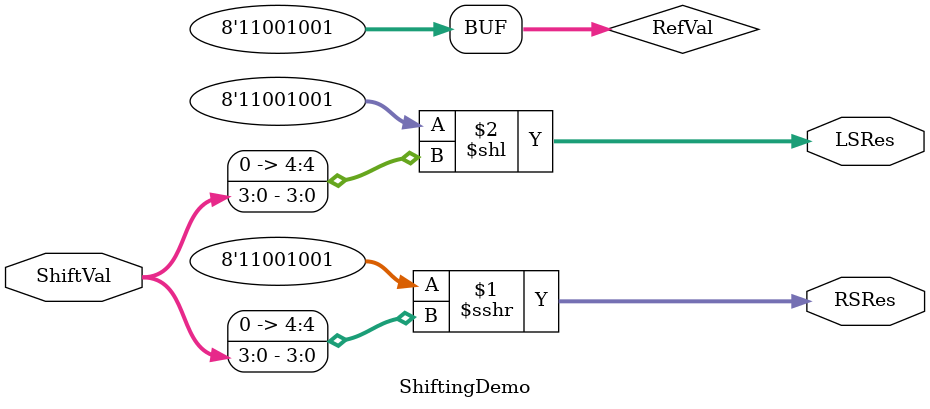
<source format=v>


`timescale 1ns/10ps

module ShiftingDemo (
    ShiftVal,
    RSRes,
    LSRes
);
// Module to Demo Shifting Behavior in myHDL refrance value
// -55 8Bit
// 
// Input:
//     ShiftVal(4BitVec): shift amount, for this demo to not
//         use values greater then 7
// Output:
//     RSRes(8BitVec Signed): output of Right Shifting 
//     LSRes (15BitVec Signed): output of Left Shifting

input [3:0] ShiftVal;
output signed [7:0] RSRes;
wire signed [7:0] RSRes;
output signed [14:0] LSRes;
wire signed [14:0] LSRes;

wire [7:0] RefVal;

assign RefVal = -8'd55;



assign RSRes = $signed(RefVal >>> $signed({1'b0, ShiftVal}));
assign LSRes = (RefVal << $signed({1'b0, ShiftVal}));

endmodule

</source>
